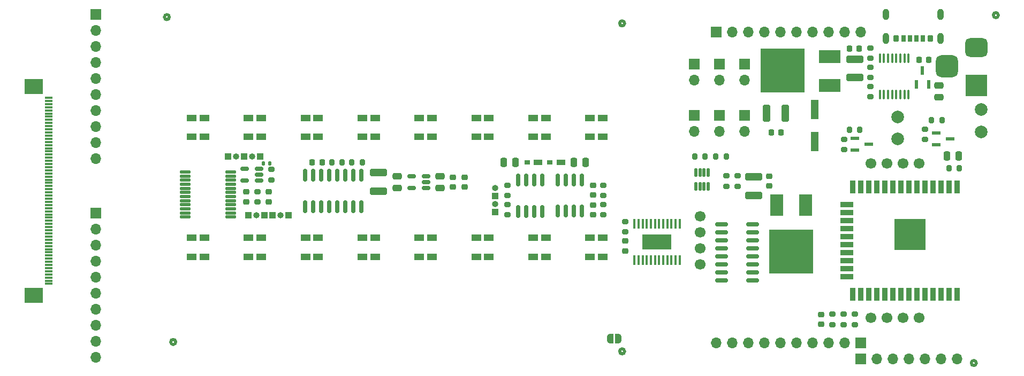
<source format=gts>
G04 #@! TF.GenerationSoftware,KiCad,Pcbnew,(6.0.5-0)*
G04 #@! TF.CreationDate,2022-06-09T15:38:57+09:00*
G04 #@! TF.ProjectId,qLAMP-main,714c414d-502d-46d6-9169-6e2e6b696361,rev?*
G04 #@! TF.SameCoordinates,Original*
G04 #@! TF.FileFunction,Soldermask,Top*
G04 #@! TF.FilePolarity,Negative*
%FSLAX46Y46*%
G04 Gerber Fmt 4.6, Leading zero omitted, Abs format (unit mm)*
G04 Created by KiCad (PCBNEW (6.0.5-0)) date 2022-06-09 15:38:57*
%MOMM*%
%LPD*%
G01*
G04 APERTURE LIST*
G04 Aperture macros list*
%AMRoundRect*
0 Rectangle with rounded corners*
0 $1 Rounding radius*
0 $2 $3 $4 $5 $6 $7 $8 $9 X,Y pos of 4 corners*
0 Add a 4 corners polygon primitive as box body*
4,1,4,$2,$3,$4,$5,$6,$7,$8,$9,$2,$3,0*
0 Add four circle primitives for the rounded corners*
1,1,$1+$1,$2,$3*
1,1,$1+$1,$4,$5*
1,1,$1+$1,$6,$7*
1,1,$1+$1,$8,$9*
0 Add four rect primitives between the rounded corners*
20,1,$1+$1,$2,$3,$4,$5,0*
20,1,$1+$1,$4,$5,$6,$7,0*
20,1,$1+$1,$6,$7,$8,$9,0*
20,1,$1+$1,$8,$9,$2,$3,0*%
%AMFreePoly0*
4,1,22,0.500000,-0.750000,0.000000,-0.750000,0.000000,-0.745033,-0.079941,-0.743568,-0.215256,-0.701293,-0.333266,-0.622738,-0.424486,-0.514219,-0.481581,-0.384460,-0.499164,-0.250000,-0.500000,-0.250000,-0.500000,0.250000,-0.499164,0.250000,-0.499963,0.256109,-0.478152,0.396186,-0.417904,0.524511,-0.324060,0.630769,-0.204165,0.706417,-0.067858,0.745374,0.000000,0.744959,0.000000,0.750000,
0.500000,0.750000,0.500000,-0.750000,0.500000,-0.750000,$1*%
%AMFreePoly1*
4,1,20,0.000000,0.744959,0.073905,0.744508,0.209726,0.703889,0.328688,0.626782,0.421226,0.519385,0.479903,0.390333,0.500000,0.250000,0.500000,-0.250000,0.499851,-0.262216,0.476331,-0.402017,0.414519,-0.529596,0.319384,-0.634700,0.198574,-0.708877,0.061801,-0.746166,0.000000,-0.745033,0.000000,-0.750000,-0.500000,-0.750000,-0.500000,0.750000,0.000000,0.750000,0.000000,0.744959,
0.000000,0.744959,$1*%
G04 Aperture macros list end*
%ADD10C,0.475000*%
%ADD11R,1.700000X1.700000*%
%ADD12O,1.700000X1.700000*%
%ADD13C,2.000000*%
%ADD14FreePoly0,180.000000*%
%ADD15FreePoly1,180.000000*%
%ADD16RoundRect,0.100000X-0.100000X0.637500X-0.100000X-0.637500X0.100000X-0.637500X0.100000X0.637500X0*%
%ADD17RoundRect,0.150000X0.512500X0.150000X-0.512500X0.150000X-0.512500X-0.150000X0.512500X-0.150000X0*%
%ADD18RoundRect,0.250000X-0.475000X0.250000X-0.475000X-0.250000X0.475000X-0.250000X0.475000X0.250000X0*%
%ADD19R,1.219200X3.098800*%
%ADD20RoundRect,0.225000X-0.250000X0.225000X-0.250000X-0.225000X0.250000X-0.225000X0.250000X0.225000X0*%
%ADD21RoundRect,0.250000X0.325000X1.100000X-0.325000X1.100000X-0.325000X-1.100000X0.325000X-1.100000X0*%
%ADD22RoundRect,0.225000X0.225000X0.250000X-0.225000X0.250000X-0.225000X-0.250000X0.225000X-0.250000X0*%
%ADD23RoundRect,0.250000X-1.100000X0.325000X-1.100000X-0.325000X1.100000X-0.325000X1.100000X0.325000X0*%
%ADD24RoundRect,0.225000X0.250000X-0.225000X0.250000X0.225000X-0.250000X0.225000X-0.250000X-0.225000X0*%
%ADD25RoundRect,0.225000X-0.225000X-0.250000X0.225000X-0.250000X0.225000X0.250000X-0.225000X0.250000X0*%
%ADD26RoundRect,0.111230X0.763770X0.111230X-0.763770X0.111230X-0.763770X-0.111230X0.763770X-0.111230X0*%
%ADD27RoundRect,0.111665X-0.111665X0.550835X-0.111665X-0.550835X0.111665X-0.550835X0.111665X0.550835X0*%
%ADD28RoundRect,0.200000X-0.275000X0.200000X-0.275000X-0.200000X0.275000X-0.200000X0.275000X0.200000X0*%
%ADD29RoundRect,0.200000X-0.200000X-0.275000X0.200000X-0.275000X0.200000X0.275000X-0.200000X0.275000X0*%
%ADD30RoundRect,0.200000X0.200000X0.275000X-0.200000X0.275000X-0.200000X-0.275000X0.200000X-0.275000X0*%
%ADD31RoundRect,0.150000X0.825000X0.150000X-0.825000X0.150000X-0.825000X-0.150000X0.825000X-0.150000X0*%
%ADD32R,1.320800X0.558800*%
%ADD33R,0.558800X1.320800*%
%ADD34R,4.680000X2.400000*%
%ADD35RoundRect,0.100000X0.100000X-0.687500X0.100000X0.687500X-0.100000X0.687500X-0.100000X-0.687500X0*%
%ADD36RoundRect,0.250000X0.250000X0.475000X-0.250000X0.475000X-0.250000X-0.475000X0.250000X-0.475000X0*%
%ADD37RoundRect,0.250000X1.100000X-0.325000X1.100000X0.325000X-1.100000X0.325000X-1.100000X-0.325000X0*%
%ADD38R,3.500000X3.500000*%
%ADD39RoundRect,0.750000X-1.000000X0.750000X-1.000000X-0.750000X1.000000X-0.750000X1.000000X0.750000X0*%
%ADD40RoundRect,0.875000X-0.875000X0.875000X-0.875000X-0.875000X0.875000X-0.875000X0.875000X0.875000X0*%
%ADD41R,1.600000X1.000000*%
%ADD42RoundRect,0.200000X0.275000X-0.200000X0.275000X0.200000X-0.275000X0.200000X-0.275000X-0.200000X0*%
%ADD43RoundRect,0.150000X-0.150000X0.825000X-0.150000X-0.825000X0.150000X-0.825000X0.150000X0.825000X0*%
%ADD44C,1.700000*%
%ADD45R,1.397000X0.889000*%
%ADD46R,0.863600X0.762000*%
%ADD47RoundRect,0.035000X0.315000X0.465000X-0.315000X0.465000X-0.315000X-0.465000X0.315000X-0.465000X0*%
%ADD48RoundRect,0.040000X0.360000X0.460000X-0.360000X0.460000X-0.360000X-0.460000X0.360000X-0.460000X0*%
%ADD49O,1.000000X1.800000*%
%ADD50RoundRect,0.250000X0.475000X-0.250000X0.475000X0.250000X-0.475000X0.250000X-0.475000X-0.250000X0*%
%ADD51R,0.900000X2.000000*%
%ADD52R,2.000000X0.900000*%
%ADD53R,5.000000X5.000000*%
%ADD54RoundRect,0.140000X0.140000X0.170000X-0.140000X0.170000X-0.140000X-0.170000X0.140000X-0.170000X0*%
%ADD55RoundRect,0.250000X-0.250000X-0.475000X0.250000X-0.475000X0.250000X0.475000X-0.250000X0.475000X0*%
%ADD56R,3.500000X2.000000*%
%ADD57R,7.000000X7.000000*%
%ADD58R,2.000000X3.500000*%
%ADD59R,1.000000X1.000000*%
%ADD60R,3.000000X2.400000*%
%ADD61R,1.250000X0.300000*%
%ADD62O,1.000000X1.000000*%
G04 APERTURE END LIST*
D10*
X77636000Y-126500000D02*
G75*
G03*
X77636000Y-126500000I-400000J0D01*
G01*
X76636000Y-75000000D02*
G75*
G03*
X76636000Y-75000000I-400000J0D01*
G01*
X148636000Y-128000000D02*
G75*
G03*
X148636000Y-128000000I-400000J0D01*
G01*
X204260000Y-129840000D02*
G75*
G03*
X204260000Y-129840000I-400000J0D01*
G01*
X148636000Y-76000000D02*
G75*
G03*
X148636000Y-76000000I-400000J0D01*
G01*
X207750000Y-74695000D02*
G75*
G03*
X207750000Y-74695000I-400000J0D01*
G01*
D11*
X65000000Y-106075000D03*
D12*
X65000000Y-108615000D03*
X65000000Y-111155000D03*
X65000000Y-113695000D03*
X65000000Y-116235000D03*
X65000000Y-118775000D03*
X65000000Y-121315000D03*
X65000000Y-123855000D03*
X65000000Y-126395000D03*
X65000000Y-128935000D03*
D11*
X64999997Y-74619993D03*
D12*
X64999997Y-77159993D03*
X64999997Y-79699993D03*
X64999997Y-82239993D03*
X64999997Y-84779993D03*
X64999997Y-87319993D03*
X64999997Y-89859993D03*
X64999997Y-92399993D03*
X64999997Y-94939993D03*
X64999997Y-97479993D03*
D13*
X205069999Y-89680009D03*
X205069999Y-93180009D03*
D14*
X147650000Y-126000000D03*
D15*
X146350000Y-126000000D03*
D16*
X193553292Y-81537300D03*
X192903292Y-81537300D03*
X192253292Y-81537300D03*
X191603292Y-81537300D03*
X190953292Y-81537300D03*
X190303292Y-81537300D03*
X189653292Y-81537300D03*
X189003292Y-81537300D03*
X189003292Y-87262300D03*
X189653292Y-87262300D03*
X190303292Y-87262300D03*
X190953292Y-87262300D03*
X191603292Y-87262300D03*
X192253292Y-87262300D03*
X192903292Y-87262300D03*
X193553292Y-87262300D03*
D17*
X117237500Y-102100000D03*
X117237500Y-101150000D03*
X117237500Y-100200000D03*
X114962500Y-100200000D03*
X114962500Y-102100000D03*
D18*
X119430000Y-100200000D03*
X119430000Y-102100000D03*
D19*
X178680000Y-89627300D03*
X178680000Y-94732700D03*
D20*
X121500000Y-100375000D03*
X121500000Y-101925000D03*
D21*
X174055000Y-90250000D03*
X171105000Y-90250000D03*
D22*
X173365000Y-93260000D03*
X171815000Y-93260000D03*
D23*
X185070000Y-81655000D03*
X185070000Y-84605000D03*
D24*
X171510000Y-101785000D03*
X171510000Y-100235000D03*
D18*
X112700000Y-100200000D03*
X112700000Y-102100000D03*
D25*
X195195000Y-81780000D03*
X196745000Y-81780000D03*
D23*
X109720000Y-99675000D03*
X109720000Y-102625000D03*
D13*
X191850000Y-90800000D03*
X191850000Y-94300000D03*
D26*
X86295999Y-106695011D03*
X86295999Y-106045013D03*
X86295999Y-105395012D03*
X86295999Y-104745012D03*
X86295999Y-104095012D03*
X86295999Y-103445012D03*
X86295999Y-102795012D03*
X86295999Y-102145012D03*
X86295999Y-101495012D03*
X86295999Y-100845012D03*
X86295999Y-100195011D03*
X86295999Y-99545013D03*
X79095999Y-99545013D03*
X79095999Y-100195011D03*
X79095999Y-100845012D03*
X79095999Y-101495012D03*
X79095999Y-102145012D03*
X79095999Y-102795012D03*
X79095999Y-103445012D03*
X79095999Y-104095012D03*
X79095999Y-104745012D03*
X79095999Y-105395012D03*
X79095999Y-106045013D03*
X79095999Y-106695011D03*
D20*
X92336000Y-102725000D03*
X92336000Y-104275000D03*
X179705000Y-122161000D03*
X179705000Y-123711000D03*
D24*
X88780000Y-104275000D03*
X88780000Y-102725000D03*
D27*
X161861750Y-99600653D03*
X161211750Y-99600653D03*
X160561750Y-99600653D03*
X159911750Y-99600653D03*
X159911750Y-101875653D03*
X160561750Y-101875653D03*
X161211750Y-101875653D03*
X161861750Y-101875653D03*
D17*
X90833502Y-100910012D03*
X90833502Y-99960012D03*
X90833502Y-99010012D03*
X88558502Y-99010012D03*
X88558502Y-100910012D03*
D28*
X90558000Y-102675000D03*
X90558000Y-104325000D03*
D29*
X163061000Y-97110005D03*
X164711000Y-97110005D03*
D30*
X161381000Y-97110000D03*
X159731000Y-97110000D03*
D31*
X168886000Y-116780000D03*
X168886000Y-115510000D03*
X168886000Y-114240000D03*
X168886000Y-112970000D03*
X168886000Y-111700000D03*
X168886000Y-110430000D03*
X168886000Y-109160000D03*
X168886000Y-107890000D03*
X163936000Y-107890000D03*
X163936000Y-109160000D03*
X163936000Y-110430000D03*
X163936000Y-111700000D03*
X163936000Y-112970000D03*
X163936000Y-114240000D03*
X163936000Y-115510000D03*
X163936000Y-116780000D03*
D20*
X123300000Y-100375000D03*
X123300000Y-101925000D03*
D32*
X197927800Y-93340200D03*
X197927800Y-95219800D03*
X200112200Y-94280000D03*
X185087800Y-94180200D03*
X185087800Y-96059800D03*
X187272200Y-95120000D03*
D33*
X194820200Y-85652200D03*
X196699800Y-85652200D03*
X195760000Y-83467800D03*
D34*
X153756000Y-110630000D03*
D35*
X150181000Y-113492500D03*
X150831000Y-113492500D03*
X151481000Y-113492500D03*
X152131000Y-113492500D03*
X152781000Y-113492500D03*
X153431000Y-113492500D03*
X154081000Y-113492500D03*
X154731000Y-113492500D03*
X155381000Y-113492500D03*
X156031000Y-113492500D03*
X156681000Y-113492500D03*
X157331000Y-113492500D03*
X157331000Y-107767500D03*
X156681000Y-107767500D03*
X156031000Y-107767500D03*
X155381000Y-107767500D03*
X154731000Y-107767500D03*
X154081000Y-107767500D03*
X153431000Y-107767500D03*
X152781000Y-107767500D03*
X152131000Y-107767500D03*
X151481000Y-107767500D03*
X150831000Y-107767500D03*
X150181000Y-107767500D03*
D28*
X164749988Y-100175001D03*
X164749988Y-101825001D03*
D36*
X201475000Y-97020000D03*
X199575000Y-97020000D03*
D11*
X167646956Y-90579052D03*
D12*
X167646956Y-93119052D03*
D11*
X159646956Y-90579052D03*
D12*
X159646956Y-93119052D03*
D11*
X167646956Y-82479052D03*
D12*
X167646956Y-85019052D03*
D11*
X163646956Y-82479052D03*
D12*
X163646956Y-85019052D03*
D11*
X159646956Y-82479052D03*
D12*
X159646956Y-85019052D03*
D11*
X163646956Y-90579052D03*
D12*
X163646956Y-93119052D03*
D30*
X198845000Y-91305000D03*
X197195000Y-91305000D03*
X185815000Y-92860000D03*
X184165000Y-92860000D03*
D28*
X187500006Y-79896200D03*
X187500006Y-81546200D03*
X187500006Y-82944200D03*
X187500006Y-84594200D03*
X196100000Y-92745000D03*
X196100000Y-94395000D03*
X183390000Y-94365000D03*
X183390000Y-96015000D03*
X148756005Y-107394991D03*
X148756005Y-109044991D03*
D30*
X201575000Y-98940000D03*
X199925000Y-98940000D03*
D28*
X187500006Y-85992200D03*
X187500006Y-87642200D03*
D20*
X148756005Y-110515012D03*
X148756005Y-112065012D03*
D37*
X169010000Y-103295000D03*
X169010000Y-100345000D03*
D25*
X184185000Y-80010000D03*
X185735000Y-80010000D03*
D38*
X204295792Y-85809800D03*
D39*
X204295792Y-79809800D03*
D40*
X199595792Y-82809800D03*
D41*
X107157211Y-91002066D03*
X107157211Y-94002066D03*
D42*
X181483000Y-123761000D03*
X181483000Y-122111000D03*
D41*
X134157211Y-113001633D03*
X134157211Y-110001633D03*
D42*
X145280000Y-103284996D03*
X145280000Y-101634996D03*
D43*
X141835000Y-100825000D03*
X140565000Y-100825000D03*
X139295000Y-100825000D03*
X138025000Y-100825000D03*
X138025000Y-105775000D03*
X139295000Y-105775000D03*
X140565000Y-105775000D03*
X141835000Y-105775000D03*
D41*
X89157211Y-91002066D03*
X89157211Y-94002066D03*
D42*
X145280000Y-106365000D03*
X145280000Y-104715000D03*
D36*
X131390000Y-98040000D03*
X129490000Y-98040000D03*
D41*
X134157211Y-91002066D03*
X134157211Y-94002066D03*
D28*
X130060002Y-101634987D03*
X130060002Y-103284987D03*
D41*
X127157211Y-113001633D03*
X127157211Y-110001633D03*
X136157211Y-91002066D03*
X136157211Y-94002066D03*
X143157211Y-91002066D03*
X143157211Y-94002066D03*
X100157211Y-113001633D03*
X100157211Y-110001633D03*
D44*
X187611003Y-98175006D03*
X190151003Y-98175006D03*
X192691003Y-98175006D03*
X195231003Y-98175006D03*
X187611003Y-122675006D03*
X190151003Y-122675006D03*
X192691003Y-122675006D03*
X195231003Y-122675006D03*
X160611003Y-106615006D03*
X160611003Y-109155006D03*
X160611003Y-111695006D03*
X160611003Y-114235006D03*
D45*
X134959300Y-98040000D03*
D46*
X133194000Y-98040000D03*
D41*
X100157211Y-91002066D03*
X100157211Y-94002066D03*
D42*
X185039000Y-123761000D03*
X185039000Y-122111000D03*
D45*
X138589300Y-98040000D03*
D46*
X136824000Y-98040000D03*
D28*
X130060002Y-104714991D03*
X130060002Y-106364991D03*
D43*
X135615000Y-100855000D03*
X134345000Y-100855000D03*
X133075000Y-100855000D03*
X131805000Y-100855000D03*
X131805000Y-105805000D03*
X133075000Y-105805000D03*
X134345000Y-105805000D03*
X135615000Y-105805000D03*
D41*
X125157211Y-113001633D03*
X125157211Y-110001633D03*
X116157211Y-113001633D03*
X116157211Y-110001633D03*
D47*
X194788282Y-78419792D03*
X192788282Y-78419792D03*
D48*
X191588282Y-78419792D03*
D47*
X193788282Y-78419792D03*
X195788282Y-78419792D03*
D48*
X196988282Y-78419792D03*
D49*
X198608282Y-78419792D03*
X198608282Y-74619792D03*
X189968282Y-78419792D03*
X189968282Y-74619792D03*
D43*
X107000000Y-105045000D03*
X105730000Y-105045000D03*
X104460000Y-105045000D03*
X103190000Y-105045000D03*
X101920000Y-105045000D03*
X100650000Y-105045000D03*
X99380000Y-105045000D03*
X98110000Y-105045000D03*
X98110000Y-100095000D03*
X99380000Y-100095000D03*
X100650000Y-100095000D03*
X101920000Y-100095000D03*
X103190000Y-100095000D03*
X104460000Y-100095000D03*
X105730000Y-100095000D03*
X107000000Y-100095000D03*
D11*
X186001000Y-126628000D03*
D12*
X183461000Y-126628000D03*
X180921000Y-126628000D03*
X178381000Y-126628000D03*
X175841000Y-126628000D03*
X173301000Y-126628000D03*
X170761000Y-126628000D03*
X168221000Y-126628000D03*
X165681000Y-126628000D03*
X163141000Y-126628000D03*
D41*
X82157211Y-113001633D03*
X82157211Y-110001633D03*
X118157211Y-113001633D03*
X118157211Y-110001633D03*
X109157211Y-113001633D03*
X109157211Y-110001633D03*
D30*
X103980000Y-98020002D03*
X102330000Y-98020002D03*
D41*
X118157211Y-91002066D03*
X118157211Y-94002066D03*
X109157211Y-91002066D03*
X109157211Y-94002066D03*
X80157211Y-91002066D03*
X80157211Y-94002066D03*
X98157211Y-113001633D03*
X98157211Y-110001633D03*
D50*
X198308292Y-87719800D03*
X198308292Y-85819800D03*
D51*
X201261000Y-101920000D03*
X199991000Y-101920000D03*
X198721000Y-101920000D03*
X197451000Y-101920000D03*
X196181000Y-101920000D03*
X194911000Y-101920000D03*
X193641000Y-101920000D03*
X192371000Y-101920000D03*
X191101000Y-101920000D03*
X189831000Y-101920000D03*
X188561000Y-101920000D03*
X187291000Y-101920000D03*
X186021000Y-101920000D03*
X184751000Y-101920000D03*
D52*
X183751000Y-104705000D03*
X183751000Y-105975000D03*
X183751000Y-107245000D03*
X183751000Y-108515000D03*
X183751000Y-109785000D03*
X183751000Y-111055000D03*
X183751000Y-112325000D03*
X183751000Y-113595000D03*
X183751000Y-114865000D03*
X183751000Y-116135000D03*
D51*
X184751000Y-118920000D03*
X186021000Y-118920000D03*
X187291000Y-118920000D03*
X188561000Y-118920000D03*
X189831000Y-118920000D03*
X191101000Y-118920000D03*
X192371000Y-118920000D03*
X193641000Y-118920000D03*
X194911000Y-118920000D03*
X196181000Y-118920000D03*
X197451000Y-118920000D03*
X198721000Y-118920000D03*
X199991000Y-118920000D03*
X201261000Y-118920000D03*
D53*
X193761000Y-109420000D03*
D41*
X80157211Y-113001633D03*
X80157211Y-110001633D03*
D20*
X143610013Y-101684987D03*
X143610013Y-103234987D03*
D11*
X186000993Y-129200000D03*
D12*
X188540993Y-129200000D03*
X191080993Y-129200000D03*
X193620993Y-129200000D03*
X196160993Y-129200000D03*
X198701000Y-129199996D03*
X201240993Y-129200000D03*
D42*
X166527988Y-101825001D03*
X166527988Y-100175001D03*
D41*
X91157211Y-113001633D03*
X91157211Y-110001633D03*
X127157211Y-91002066D03*
X127157211Y-94002066D03*
D54*
X92470000Y-98180000D03*
X91510000Y-98180000D03*
D41*
X89157211Y-113001633D03*
X89157211Y-110001633D03*
D55*
X140600000Y-98040000D03*
X142500000Y-98040000D03*
D11*
X163141000Y-77372000D03*
D12*
X165681000Y-77372000D03*
X168221000Y-77372000D03*
X170761000Y-77372000D03*
X173301000Y-77372000D03*
X175841000Y-77372000D03*
X178381000Y-77372000D03*
X180921000Y-77372000D03*
X183461000Y-77372000D03*
X186001000Y-77372000D03*
D41*
X125157211Y-91002066D03*
X125157211Y-94002066D03*
D22*
X100785000Y-98020002D03*
X99235000Y-98020002D03*
D24*
X143610001Y-106315000D03*
X143610001Y-104765000D03*
D41*
X145157211Y-113001633D03*
X145157211Y-110001633D03*
D28*
X92776006Y-99135012D03*
X92776006Y-100785012D03*
D42*
X183261000Y-123761000D03*
X183261000Y-122111000D03*
D56*
X181045000Y-85810000D03*
X181045000Y-81230000D03*
D57*
X173645000Y-83510000D03*
D41*
X116157211Y-91002066D03*
X116157211Y-94002066D03*
D30*
X107125000Y-98020002D03*
X105475000Y-98020002D03*
D58*
X177290000Y-104795000D03*
X172710000Y-104795000D03*
D57*
X174990000Y-112195000D03*
D41*
X91157211Y-91002066D03*
X91157211Y-94002066D03*
X145157211Y-91002066D03*
X145157211Y-94002066D03*
X82157211Y-91002066D03*
X82157211Y-94002066D03*
X107157211Y-113001633D03*
X107157211Y-110001633D03*
X98157211Y-91002066D03*
X98157211Y-94002066D03*
X143157211Y-113001633D03*
X143157211Y-110001633D03*
X136157211Y-113001633D03*
X136157211Y-110001633D03*
D59*
X89155998Y-106419994D03*
X95506007Y-106420006D03*
D60*
X55195002Y-119089995D03*
X55195002Y-85989995D03*
D61*
X57520002Y-117289995D03*
X57520002Y-116789995D03*
X57520002Y-116289995D03*
X57520002Y-115789995D03*
X57520002Y-115289995D03*
X57520002Y-114789995D03*
X57520002Y-114289995D03*
X57520002Y-113789995D03*
X57520002Y-113289995D03*
X57520002Y-112789995D03*
X57520002Y-112289995D03*
X57520002Y-111789995D03*
X57520002Y-111289995D03*
X57520002Y-110789995D03*
X57520002Y-110289995D03*
X57520002Y-109789995D03*
X57520002Y-109289995D03*
X57520002Y-108789995D03*
X57520002Y-108289995D03*
X57520002Y-107789995D03*
X57520002Y-107289995D03*
X57520002Y-106789995D03*
X57520002Y-106289995D03*
X57520002Y-105789995D03*
X57520002Y-105289995D03*
X57520002Y-104789995D03*
X57520002Y-104289995D03*
X57520002Y-103789995D03*
X57520002Y-103289995D03*
X57520002Y-102789995D03*
X57520002Y-102289995D03*
X57520002Y-101789995D03*
X57520002Y-101289995D03*
X57520002Y-100789995D03*
X57520002Y-100289995D03*
X57520002Y-99789995D03*
X57520002Y-99289995D03*
X57520002Y-98789995D03*
X57520002Y-98289995D03*
X57520002Y-97789995D03*
X57520002Y-97289995D03*
X57520002Y-96789995D03*
X57520002Y-96289995D03*
X57520002Y-95789995D03*
X57520002Y-95289995D03*
X57520002Y-94789995D03*
X57520002Y-94289995D03*
X57520002Y-93789995D03*
X57520002Y-93289995D03*
X57520002Y-92789995D03*
X57520002Y-92289995D03*
X57520002Y-91789995D03*
X57520002Y-91289995D03*
X57520002Y-90789995D03*
X57520002Y-90289995D03*
X57520002Y-89789995D03*
X57520002Y-89289995D03*
X57520002Y-88789995D03*
X57520002Y-88289995D03*
X57520002Y-87789995D03*
D59*
X90996000Y-97110005D03*
X85916000Y-97110005D03*
D62*
X87186000Y-97110005D03*
D59*
X91695998Y-106419994D03*
D62*
X90425998Y-106419994D03*
D59*
X92965998Y-106419994D03*
D62*
X94235998Y-106419994D03*
D59*
X88456000Y-97110005D03*
D62*
X89726000Y-97110005D03*
D59*
X128135000Y-105910000D03*
D62*
X128135000Y-104640000D03*
D59*
X128135000Y-103370000D03*
D62*
X128135000Y-102100000D03*
M02*

</source>
